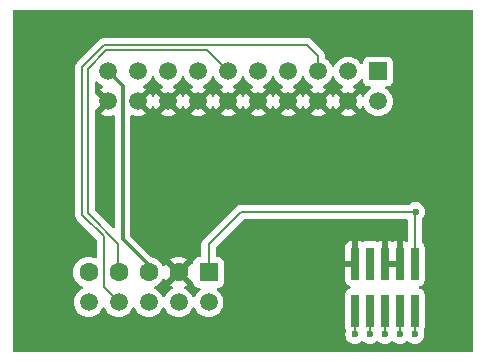
<source format=gtl>
%TF.GenerationSoftware,KiCad,Pcbnew,8.0.8*%
%TF.CreationDate,2025-02-20T14:02:33+09:00*%
%TF.ProjectId,CABLE-ADAPTER-SEGGER,4341424c-452d-4414-9441-505445522d53,rev?*%
%TF.SameCoordinates,PX3938700PY42c1d80*%
%TF.FileFunction,Copper,L1,Top*%
%TF.FilePolarity,Positive*%
%FSLAX46Y46*%
G04 Gerber Fmt 4.6, Leading zero omitted, Abs format (unit mm)*
G04 Created by KiCad (PCBNEW 8.0.8) date 2025-02-20 14:02:33*
%MOMM*%
%LPD*%
G01*
G04 APERTURE LIST*
%TA.AperFunction,ComponentPad*%
%ADD10R,1.600000X1.600000*%
%TD*%
%TA.AperFunction,ComponentPad*%
%ADD11C,1.500000*%
%TD*%
%TA.AperFunction,ComponentPad*%
%ADD12C,1.600000*%
%TD*%
%TA.AperFunction,ComponentPad*%
%ADD13R,1.500000X1.500000*%
%TD*%
%TA.AperFunction,SMDPad,CuDef*%
%ADD14R,0.650000X2.770000*%
%TD*%
%TA.AperFunction,ViaPad*%
%ADD15C,0.600000*%
%TD*%
%TA.AperFunction,Conductor*%
%ADD16C,0.200000*%
%TD*%
%TA.AperFunction,Conductor*%
%ADD17C,0.300000*%
%TD*%
G04 APERTURE END LIST*
D10*
%TO.P,CN3,1,1*%
%TO.N,/VTref*%
X17080000Y7270000D03*
D11*
%TO.P,CN3,2,2*%
%TO.N,/SWDIO*%
X17080000Y4730000D03*
D12*
%TO.P,CN3,3,3*%
%TO.N,GND*%
X14540000Y7270000D03*
D11*
%TO.P,CN3,4,4*%
%TO.N,/SWCLK*%
X14540000Y4730000D03*
D12*
%TO.P,CN3,5,5*%
%TO.N,/VPOWER*%
X12000000Y7270000D03*
D11*
%TO.P,CN3,6,6*%
%TO.N,/SWO*%
X12000000Y4730000D03*
D12*
%TO.P,CN3,7,7*%
%TO.N,/RTCK*%
X9460000Y7270000D03*
D11*
%TO.P,CN3,8,8*%
%TO.N,/TDI*%
X9460000Y4730000D03*
D12*
%TO.P,CN3,9,9*%
%TO.N,/TRST*%
X6920000Y7270000D03*
D11*
%TO.P,CN3,10,10*%
%TO.N,/RESET*%
X6920000Y4730000D03*
%TD*%
D13*
%TO.P,CN1,1,1*%
%TO.N,/VTref*%
X31430000Y24270000D03*
D11*
%TO.P,CN1,2,2*%
%TO.N,unconnected-(CN1-Pad2)*%
X31430000Y21730000D03*
%TO.P,CN1,3,3*%
%TO.N,/TRST*%
X28890000Y24270000D03*
%TO.P,CN1,4,4*%
%TO.N,GND*%
X28890000Y21730000D03*
%TO.P,CN1,5,5*%
%TO.N,/TDI*%
X26350000Y24270000D03*
%TO.P,CN1,6,6*%
%TO.N,GND*%
X26350000Y21730000D03*
%TO.P,CN1,7,7*%
%TO.N,/SWDIO*%
X23810000Y24270000D03*
%TO.P,CN1,8,8*%
%TO.N,GND*%
X23810000Y21730000D03*
%TO.P,CN1,9,9*%
%TO.N,/SWCLK*%
X21270000Y24270000D03*
%TO.P,CN1,10,10*%
%TO.N,GND*%
X21270000Y21730000D03*
%TO.P,CN1,11,11*%
%TO.N,/RTCK*%
X18730000Y24270000D03*
%TO.P,CN1,12,12*%
%TO.N,GND*%
X18730000Y21730000D03*
%TO.P,CN1,13,13*%
%TO.N,/SWO*%
X16190000Y24270000D03*
%TO.P,CN1,14,14*%
%TO.N,GND*%
X16190000Y21730000D03*
%TO.P,CN1,15,15*%
%TO.N,/RESET*%
X13650000Y24270000D03*
%TO.P,CN1,16,16*%
%TO.N,GND*%
X13650000Y21730000D03*
%TO.P,CN1,17,17*%
%TO.N,unconnected-(CN1-Pad17)*%
X11110000Y24270000D03*
%TO.P,CN1,18,18*%
%TO.N,GND*%
X11110000Y21730000D03*
%TO.P,CN1,19,19*%
%TO.N,/VPOWER*%
X8570000Y24270000D03*
%TO.P,CN1,20,20*%
%TO.N,GND*%
X8570000Y21730000D03*
%TD*%
D14*
%TO.P,CN2,1,1*%
%TO.N,/VTref*%
X34540000Y8000000D03*
%TO.P,CN2,2,2*%
%TO.N,/SWDIO*%
X34540000Y4000000D03*
%TO.P,CN2,3,3*%
%TO.N,GND*%
X33270000Y8000000D03*
%TO.P,CN2,4,4*%
%TO.N,/SWCLK*%
X33270000Y4000000D03*
%TO.P,CN2,5,5*%
%TO.N,GND*%
X32000000Y8000000D03*
%TO.P,CN2,6,6*%
%TO.N,/SWO*%
X32000000Y4000000D03*
%TO.P,CN2,7,7*%
%TO.N,unconnected-(CN2-Pad7)*%
X30730000Y8000000D03*
%TO.P,CN2,8,8*%
%TO.N,/TDI*%
X30730000Y4000000D03*
%TO.P,CN2,9,9*%
%TO.N,GND*%
X29460000Y8000000D03*
%TO.P,CN2,10,10*%
%TO.N,/RESET*%
X29460000Y4000000D03*
%TD*%
D15*
%TO.N,/SWDIO*%
X34540000Y2000000D03*
%TO.N,/SWCLK*%
X33270000Y2000000D03*
%TO.N,/RESET*%
X29460000Y2000000D03*
%TO.N,/SWO*%
X32000000Y2000000D03*
%TO.N,/VTref*%
X34600000Y12400000D03*
%TO.N,/TDI*%
X30730000Y2000000D03*
%TD*%
D16*
%TO.N,/SWDIO*%
X34540000Y5000000D02*
X34540000Y2000000D01*
%TO.N,/SWCLK*%
X33270000Y5000000D02*
X33270000Y2000000D01*
%TO.N,/RESET*%
X29460000Y5000000D02*
X29460000Y2000000D01*
%TO.N,/SWO*%
X32000000Y5000000D02*
X32000000Y2000000D01*
%TO.N,/VTref*%
X34600000Y12400000D02*
X34550000Y12350000D01*
X17080000Y9630000D02*
X17080000Y7270000D01*
X34550000Y9010000D02*
X34540000Y9000000D01*
X19850000Y12400000D02*
X17080000Y9630000D01*
X34550000Y12350000D02*
X34550000Y9010000D01*
X34600000Y12400000D02*
X19850000Y12400000D01*
%TO.N,/TDI*%
X8200000Y10300000D02*
X6400000Y12100000D01*
X8200000Y5990000D02*
X8200000Y10300000D01*
X30730000Y5000000D02*
X30730000Y2000000D01*
X8250000Y26500000D02*
X25400000Y26500000D01*
X26350000Y25550000D02*
X26350000Y24270000D01*
X25400000Y26500000D02*
X26350000Y25550000D01*
X6400000Y12100000D02*
X6400000Y24650000D01*
X9460000Y4730000D02*
X8200000Y5990000D01*
X6400000Y24650000D02*
X8250000Y26500000D01*
D17*
%TO.N,/VPOWER*%
X8570000Y24270000D02*
X8580000Y24270000D01*
X8580000Y24270000D02*
X9800000Y23050000D01*
X12000000Y7850000D02*
X12000000Y7270000D01*
X9800000Y23050000D02*
X9800000Y10050000D01*
X9800000Y10050000D02*
X12000000Y7850000D01*
D16*
%TO.N,/RTCK*%
X8400000Y26050000D02*
X6850000Y24500000D01*
X6850000Y12300000D02*
X9450000Y9700000D01*
X9450000Y9700000D02*
X9450000Y7280000D01*
X18730000Y24270000D02*
X16950000Y26050000D01*
X6850000Y24500000D02*
X6850000Y12300000D01*
X16950000Y26050000D02*
X8400000Y26050000D01*
X9450000Y7280000D02*
X9460000Y7270000D01*
%TD*%
%TA.AperFunction,Conductor*%
%TO.N,GND*%
G36*
X14027482Y7057708D02*
G01*
X14099890Y6932292D01*
X14202292Y6829890D01*
X14327708Y6757482D01*
X14369765Y6746213D01*
X13814526Y6190975D01*
X13887513Y6139868D01*
X13887521Y6139864D01*
X14005019Y6085074D01*
X14057459Y6038902D01*
X14076611Y5971709D01*
X14056396Y5904828D01*
X14005021Y5860310D01*
X13951614Y5835406D01*
X13912367Y5817104D01*
X13912358Y5817100D01*
X13912357Y5817100D01*
X13733121Y5691598D01*
X13578402Y5536879D01*
X13452900Y5357643D01*
X13452898Y5357639D01*
X13382382Y5206417D01*
X13336209Y5153978D01*
X13269016Y5134826D01*
X13202135Y5155042D01*
X13157618Y5206417D01*
X13108050Y5312715D01*
X13087102Y5357638D01*
X13087100Y5357641D01*
X13087099Y5357643D01*
X12961599Y5536876D01*
X12961596Y5536879D01*
X12806877Y5691598D01*
X12627639Y5817102D01*
X12612256Y5824275D01*
X12535571Y5860034D01*
X12483131Y5906206D01*
X12463979Y5973400D01*
X12484195Y6040281D01*
X12535567Y6084797D01*
X12652734Y6139432D01*
X12839139Y6269953D01*
X13000047Y6430861D01*
X13130568Y6617266D01*
X13157893Y6675866D01*
X13204065Y6728305D01*
X13271258Y6747457D01*
X13338139Y6727242D01*
X13382657Y6675866D01*
X13409864Y6617520D01*
X13460974Y6544528D01*
X14016212Y7099766D01*
X14027482Y7057708D01*
G37*
%TD.AperFunction*%
%TA.AperFunction,Conductor*%
G36*
X15619024Y6544529D02*
G01*
X15644693Y6546774D01*
X15713193Y6533007D01*
X15763376Y6484392D01*
X15778935Y6425416D01*
X15779099Y6425424D01*
X15779146Y6425429D01*
X15779146Y6425427D01*
X15779324Y6425436D01*
X15779424Y6423561D01*
X15779500Y6423274D01*
X15779500Y6422144D01*
X15779501Y6422124D01*
X15785908Y6362517D01*
X15836202Y6227672D01*
X15836206Y6227665D01*
X15922452Y6112456D01*
X15922455Y6112453D01*
X16037664Y6026207D01*
X16037671Y6026203D01*
X16082618Y6009439D01*
X16172517Y5975909D01*
X16232127Y5969500D01*
X16276730Y5969501D01*
X16343767Y5949818D01*
X16389523Y5897015D01*
X16399468Y5827857D01*
X16370445Y5764300D01*
X16347854Y5743927D01*
X16273122Y5691599D01*
X16118402Y5536879D01*
X15992900Y5357643D01*
X15992898Y5357639D01*
X15922382Y5206417D01*
X15876209Y5153978D01*
X15809016Y5134826D01*
X15742135Y5155042D01*
X15697618Y5206417D01*
X15648050Y5312715D01*
X15627102Y5357638D01*
X15627100Y5357641D01*
X15627099Y5357643D01*
X15501599Y5536876D01*
X15501596Y5536879D01*
X15346877Y5691598D01*
X15167639Y5817102D01*
X15167640Y5817102D01*
X15167638Y5817103D01*
X15074979Y5860310D01*
X15022540Y5906482D01*
X15003388Y5973676D01*
X15023604Y6040557D01*
X15074980Y6085075D01*
X15192482Y6139867D01*
X15265471Y6190976D01*
X14710234Y6746213D01*
X14752292Y6757482D01*
X14877708Y6829890D01*
X14980110Y6932292D01*
X15052518Y7057708D01*
X15063787Y7099766D01*
X15619024Y6544529D01*
G37*
%TD.AperFunction*%
%TA.AperFunction,Conductor*%
G36*
X8170000Y21677339D02*
G01*
X8197259Y21575606D01*
X8249920Y21484394D01*
X8324394Y21409920D01*
X8415606Y21357259D01*
X8517339Y21330000D01*
X8523552Y21330000D01*
X7880427Y20686876D01*
X7942612Y20643334D01*
X8140840Y20550899D01*
X8140849Y20550895D01*
X8352105Y20494290D01*
X8352115Y20494288D01*
X8569999Y20475225D01*
X8570001Y20475225D01*
X8787884Y20494288D01*
X8787894Y20494290D01*
X8993407Y20549356D01*
X9063257Y20547693D01*
X9121119Y20508530D01*
X9148623Y20444302D01*
X9149500Y20429581D01*
X9149500Y11149097D01*
X9129815Y11082058D01*
X9077011Y11036303D01*
X9007853Y11026359D01*
X8944297Y11055384D01*
X8937819Y11061416D01*
X7486819Y12512416D01*
X7453334Y12573739D01*
X7450500Y12600097D01*
X7450500Y20912692D01*
X7470185Y20979731D01*
X7486819Y21000373D01*
X8170000Y21683554D01*
X8170000Y21677339D01*
G37*
%TD.AperFunction*%
%TA.AperFunction,Conductor*%
G36*
X7655703Y23415376D02*
G01*
X7662181Y23409344D01*
X7763123Y23308402D01*
X7889437Y23219956D01*
X7942361Y23182898D01*
X8094175Y23112106D01*
X8146614Y23065934D01*
X8165766Y22998740D01*
X8145550Y22931859D01*
X8094175Y22887342D01*
X7942614Y22816668D01*
X7942612Y22816667D01*
X7880428Y22773125D01*
X7880427Y22773125D01*
X8523553Y22130000D01*
X8517339Y22130000D01*
X8415606Y22102741D01*
X8324394Y22050080D01*
X8249920Y21975606D01*
X8197259Y21884394D01*
X8170000Y21782661D01*
X8170000Y21776448D01*
X7486819Y22459629D01*
X7453334Y22520952D01*
X7450500Y22547310D01*
X7450500Y23321663D01*
X7470185Y23388702D01*
X7522989Y23434457D01*
X7592147Y23444401D01*
X7655703Y23415376D01*
G37*
%TD.AperFunction*%
%TA.AperFunction,Conductor*%
G36*
X12447865Y23844959D02*
G01*
X12492381Y23793586D01*
X12562898Y23642361D01*
X12688402Y23463123D01*
X12843123Y23308402D01*
X12969437Y23219956D01*
X13022361Y23182898D01*
X13174175Y23112106D01*
X13226614Y23065934D01*
X13245766Y22998740D01*
X13225550Y22931859D01*
X13174175Y22887342D01*
X13022614Y22816668D01*
X13022612Y22816667D01*
X12960428Y22773125D01*
X12960427Y22773125D01*
X13603554Y22130000D01*
X13597339Y22130000D01*
X13495606Y22102741D01*
X13404394Y22050080D01*
X13329920Y21975606D01*
X13277259Y21884394D01*
X13250000Y21782661D01*
X13250000Y21776448D01*
X12606875Y22419573D01*
X12606875Y22419572D01*
X12563333Y22357388D01*
X12563332Y22357386D01*
X12492382Y22205233D01*
X12446209Y22152794D01*
X12379016Y22133642D01*
X12312135Y22153858D01*
X12267618Y22205233D01*
X12196668Y22357385D01*
X12153123Y22419572D01*
X11510000Y21776449D01*
X11510000Y21782661D01*
X11482741Y21884394D01*
X11430080Y21975606D01*
X11355606Y22050080D01*
X11264394Y22102741D01*
X11162661Y22130000D01*
X11156446Y22130000D01*
X11799571Y22773126D01*
X11737387Y22816667D01*
X11585824Y22887342D01*
X11533385Y22933514D01*
X11514233Y23000708D01*
X11534449Y23067589D01*
X11585822Y23112105D01*
X11737639Y23182898D01*
X11916877Y23308402D01*
X12071598Y23463123D01*
X12197102Y23642361D01*
X12267618Y23793586D01*
X12313790Y23846023D01*
X12380984Y23865175D01*
X12447865Y23844959D01*
G37*
%TD.AperFunction*%
%TA.AperFunction,Conductor*%
G36*
X14987865Y23844959D02*
G01*
X15032381Y23793586D01*
X15102898Y23642361D01*
X15228402Y23463123D01*
X15383123Y23308402D01*
X15509437Y23219956D01*
X15562361Y23182898D01*
X15714175Y23112106D01*
X15766614Y23065934D01*
X15785766Y22998740D01*
X15765550Y22931859D01*
X15714175Y22887342D01*
X15562614Y22816668D01*
X15562612Y22816667D01*
X15500428Y22773125D01*
X15500427Y22773125D01*
X16143554Y22130000D01*
X16137339Y22130000D01*
X16035606Y22102741D01*
X15944394Y22050080D01*
X15869920Y21975606D01*
X15817259Y21884394D01*
X15790000Y21782661D01*
X15790000Y21776448D01*
X15146875Y22419573D01*
X15146875Y22419572D01*
X15103333Y22357388D01*
X15103332Y22357386D01*
X15032382Y22205233D01*
X14986209Y22152794D01*
X14919016Y22133642D01*
X14852135Y22153858D01*
X14807618Y22205233D01*
X14736668Y22357385D01*
X14693123Y22419572D01*
X14050000Y21776449D01*
X14050000Y21782661D01*
X14022741Y21884394D01*
X13970080Y21975606D01*
X13895606Y22050080D01*
X13804394Y22102741D01*
X13702661Y22130000D01*
X13696447Y22130000D01*
X14339571Y22773126D01*
X14277387Y22816667D01*
X14125824Y22887342D01*
X14073385Y22933514D01*
X14054233Y23000708D01*
X14074449Y23067589D01*
X14125822Y23112105D01*
X14277639Y23182898D01*
X14456877Y23308402D01*
X14611598Y23463123D01*
X14737102Y23642361D01*
X14807618Y23793586D01*
X14853790Y23846023D01*
X14920984Y23865175D01*
X14987865Y23844959D01*
G37*
%TD.AperFunction*%
%TA.AperFunction,Conductor*%
G36*
X17527865Y23844959D02*
G01*
X17572381Y23793586D01*
X17642898Y23642361D01*
X17768402Y23463123D01*
X17923123Y23308402D01*
X18049437Y23219956D01*
X18102361Y23182898D01*
X18254175Y23112106D01*
X18306614Y23065934D01*
X18325766Y22998740D01*
X18305550Y22931859D01*
X18254175Y22887342D01*
X18102614Y22816668D01*
X18102612Y22816667D01*
X18040428Y22773125D01*
X18040427Y22773125D01*
X18683554Y22130000D01*
X18677339Y22130000D01*
X18575606Y22102741D01*
X18484394Y22050080D01*
X18409920Y21975606D01*
X18357259Y21884394D01*
X18330000Y21782661D01*
X18330000Y21776448D01*
X17686875Y22419573D01*
X17686875Y22419572D01*
X17643333Y22357388D01*
X17643332Y22357386D01*
X17572382Y22205233D01*
X17526209Y22152794D01*
X17459016Y22133642D01*
X17392135Y22153858D01*
X17347618Y22205233D01*
X17276668Y22357385D01*
X17233123Y22419572D01*
X16590000Y21776449D01*
X16590000Y21782661D01*
X16562741Y21884394D01*
X16510080Y21975606D01*
X16435606Y22050080D01*
X16344394Y22102741D01*
X16242661Y22130000D01*
X16236447Y22130000D01*
X16879571Y22773126D01*
X16817387Y22816667D01*
X16665824Y22887342D01*
X16613385Y22933514D01*
X16594233Y23000708D01*
X16614449Y23067589D01*
X16665822Y23112105D01*
X16817639Y23182898D01*
X16996877Y23308402D01*
X17151598Y23463123D01*
X17277102Y23642361D01*
X17347618Y23793586D01*
X17393790Y23846023D01*
X17460984Y23865175D01*
X17527865Y23844959D01*
G37*
%TD.AperFunction*%
%TA.AperFunction,Conductor*%
G36*
X20067865Y23844959D02*
G01*
X20112381Y23793586D01*
X20182898Y23642361D01*
X20308402Y23463123D01*
X20463123Y23308402D01*
X20589437Y23219956D01*
X20642361Y23182898D01*
X20794175Y23112106D01*
X20846614Y23065934D01*
X20865766Y22998740D01*
X20845550Y22931859D01*
X20794175Y22887342D01*
X20642614Y22816668D01*
X20642612Y22816667D01*
X20580428Y22773125D01*
X20580427Y22773125D01*
X21223554Y22130000D01*
X21217339Y22130000D01*
X21115606Y22102741D01*
X21024394Y22050080D01*
X20949920Y21975606D01*
X20897259Y21884394D01*
X20870000Y21782661D01*
X20870000Y21776448D01*
X20226875Y22419573D01*
X20226875Y22419572D01*
X20183333Y22357388D01*
X20183332Y22357386D01*
X20112382Y22205233D01*
X20066209Y22152794D01*
X19999016Y22133642D01*
X19932135Y22153858D01*
X19887618Y22205233D01*
X19816668Y22357385D01*
X19773123Y22419572D01*
X19130000Y21776449D01*
X19130000Y21782661D01*
X19102741Y21884394D01*
X19050080Y21975606D01*
X18975606Y22050080D01*
X18884394Y22102741D01*
X18782661Y22130000D01*
X18776447Y22130000D01*
X19419571Y22773126D01*
X19357387Y22816667D01*
X19205824Y22887342D01*
X19153385Y22933514D01*
X19134233Y23000708D01*
X19154449Y23067589D01*
X19205822Y23112105D01*
X19357639Y23182898D01*
X19536877Y23308402D01*
X19691598Y23463123D01*
X19817102Y23642361D01*
X19887618Y23793586D01*
X19933790Y23846023D01*
X20000984Y23865175D01*
X20067865Y23844959D01*
G37*
%TD.AperFunction*%
%TA.AperFunction,Conductor*%
G36*
X22607865Y23844959D02*
G01*
X22652381Y23793586D01*
X22722898Y23642361D01*
X22848402Y23463123D01*
X23003123Y23308402D01*
X23129437Y23219956D01*
X23182361Y23182898D01*
X23334175Y23112106D01*
X23386614Y23065934D01*
X23405766Y22998740D01*
X23385550Y22931859D01*
X23334175Y22887342D01*
X23182614Y22816668D01*
X23182612Y22816667D01*
X23120428Y22773125D01*
X23120427Y22773125D01*
X23763554Y22130000D01*
X23757339Y22130000D01*
X23655606Y22102741D01*
X23564394Y22050080D01*
X23489920Y21975606D01*
X23437259Y21884394D01*
X23410000Y21782661D01*
X23410000Y21776448D01*
X22766875Y22419573D01*
X22766875Y22419572D01*
X22723333Y22357388D01*
X22723332Y22357386D01*
X22652382Y22205233D01*
X22606209Y22152794D01*
X22539016Y22133642D01*
X22472135Y22153858D01*
X22427618Y22205233D01*
X22356668Y22357385D01*
X22313123Y22419572D01*
X21670000Y21776449D01*
X21670000Y21782661D01*
X21642741Y21884394D01*
X21590080Y21975606D01*
X21515606Y22050080D01*
X21424394Y22102741D01*
X21322661Y22130000D01*
X21316447Y22130000D01*
X21959571Y22773126D01*
X21897387Y22816667D01*
X21745824Y22887342D01*
X21693385Y22933514D01*
X21674233Y23000708D01*
X21694449Y23067589D01*
X21745822Y23112105D01*
X21897639Y23182898D01*
X22076877Y23308402D01*
X22231598Y23463123D01*
X22357102Y23642361D01*
X22427618Y23793586D01*
X22473790Y23846023D01*
X22540984Y23865175D01*
X22607865Y23844959D01*
G37*
%TD.AperFunction*%
%TA.AperFunction,Conductor*%
G36*
X25147865Y23844959D02*
G01*
X25192381Y23793586D01*
X25262898Y23642361D01*
X25388402Y23463123D01*
X25543123Y23308402D01*
X25669437Y23219956D01*
X25722361Y23182898D01*
X25874175Y23112106D01*
X25926614Y23065934D01*
X25945766Y22998740D01*
X25925550Y22931859D01*
X25874175Y22887342D01*
X25722614Y22816668D01*
X25722612Y22816667D01*
X25660428Y22773125D01*
X25660427Y22773125D01*
X26303554Y22130000D01*
X26297339Y22130000D01*
X26195606Y22102741D01*
X26104394Y22050080D01*
X26029920Y21975606D01*
X25977259Y21884394D01*
X25950000Y21782661D01*
X25950000Y21776448D01*
X25306875Y22419573D01*
X25306875Y22419572D01*
X25263333Y22357388D01*
X25263332Y22357386D01*
X25192382Y22205233D01*
X25146209Y22152794D01*
X25079016Y22133642D01*
X25012135Y22153858D01*
X24967618Y22205233D01*
X24896668Y22357385D01*
X24853123Y22419572D01*
X24210000Y21776449D01*
X24210000Y21782661D01*
X24182741Y21884394D01*
X24130080Y21975606D01*
X24055606Y22050080D01*
X23964394Y22102741D01*
X23862661Y22130000D01*
X23856447Y22130000D01*
X24499571Y22773126D01*
X24437387Y22816667D01*
X24285824Y22887342D01*
X24233385Y22933514D01*
X24214233Y23000708D01*
X24234449Y23067589D01*
X24285822Y23112105D01*
X24437639Y23182898D01*
X24616877Y23308402D01*
X24771598Y23463123D01*
X24897102Y23642361D01*
X24967618Y23793586D01*
X25013790Y23846023D01*
X25080984Y23865175D01*
X25147865Y23844959D01*
G37*
%TD.AperFunction*%
%TA.AperFunction,Conductor*%
G36*
X27687865Y23844959D02*
G01*
X27732381Y23793586D01*
X27802898Y23642361D01*
X27928402Y23463123D01*
X28083123Y23308402D01*
X28209437Y23219956D01*
X28262361Y23182898D01*
X28414175Y23112106D01*
X28466614Y23065934D01*
X28485766Y22998740D01*
X28465550Y22931859D01*
X28414175Y22887342D01*
X28262614Y22816668D01*
X28262612Y22816667D01*
X28200428Y22773125D01*
X28200427Y22773125D01*
X28843554Y22130000D01*
X28837339Y22130000D01*
X28735606Y22102741D01*
X28644394Y22050080D01*
X28569920Y21975606D01*
X28517259Y21884394D01*
X28490000Y21782661D01*
X28490000Y21776448D01*
X27846875Y22419573D01*
X27846875Y22419572D01*
X27803333Y22357388D01*
X27803332Y22357386D01*
X27732382Y22205233D01*
X27686209Y22152794D01*
X27619016Y22133642D01*
X27552135Y22153858D01*
X27507618Y22205233D01*
X27436668Y22357385D01*
X27393123Y22419572D01*
X26750000Y21776449D01*
X26750000Y21782661D01*
X26722741Y21884394D01*
X26670080Y21975606D01*
X26595606Y22050080D01*
X26504394Y22102741D01*
X26402661Y22130000D01*
X26396447Y22130000D01*
X27039571Y22773126D01*
X26977387Y22816667D01*
X26825824Y22887342D01*
X26773385Y22933514D01*
X26754233Y23000708D01*
X26774449Y23067589D01*
X26825822Y23112105D01*
X26977639Y23182898D01*
X27156877Y23308402D01*
X27311598Y23463123D01*
X27437102Y23642361D01*
X27507618Y23793586D01*
X27553790Y23846023D01*
X27620984Y23865175D01*
X27687865Y23844959D01*
G37*
%TD.AperFunction*%
%TA.AperFunction,Conductor*%
G36*
X30140355Y23628559D02*
G01*
X30175769Y23568330D01*
X30179500Y23538142D01*
X30179500Y23472131D01*
X30179501Y23472124D01*
X30185908Y23412517D01*
X30236202Y23277672D01*
X30236206Y23277665D01*
X30322452Y23162456D01*
X30322455Y23162453D01*
X30437664Y23076207D01*
X30437671Y23076203D01*
X30572517Y23025909D01*
X30572516Y23025909D01*
X30579444Y23025165D01*
X30632127Y23019500D01*
X30698139Y23019501D01*
X30765176Y22999817D01*
X30810932Y22947014D01*
X30820876Y22877856D01*
X30791852Y22814300D01*
X30769262Y22793926D01*
X30623118Y22691595D01*
X30468402Y22536879D01*
X30342900Y22357643D01*
X30342900Y22357642D01*
X30342898Y22357639D01*
X30342898Y22357638D01*
X30342780Y22357385D01*
X30272105Y22205824D01*
X30225932Y22153385D01*
X30158738Y22134234D01*
X30091857Y22154450D01*
X30047341Y22205826D01*
X29976669Y22357383D01*
X29933123Y22419572D01*
X29290000Y21776449D01*
X29290000Y21782661D01*
X29262741Y21884394D01*
X29210080Y21975606D01*
X29135606Y22050080D01*
X29044394Y22102741D01*
X28942661Y22130000D01*
X28936447Y22130000D01*
X29579571Y22773126D01*
X29517387Y22816667D01*
X29365824Y22887342D01*
X29313385Y22933514D01*
X29294233Y23000708D01*
X29314449Y23067589D01*
X29365822Y23112105D01*
X29517639Y23182898D01*
X29696877Y23308402D01*
X29851598Y23463123D01*
X29953928Y23609266D01*
X30008502Y23652888D01*
X30078000Y23660082D01*
X30140355Y23628559D01*
G37*
%TD.AperFunction*%
%TA.AperFunction,Conductor*%
G36*
X39442539Y29479815D02*
G01*
X39488294Y29427011D01*
X39499500Y29375500D01*
X39499500Y624500D01*
X39479815Y557461D01*
X39427011Y511706D01*
X39375500Y500500D01*
X624500Y500500D01*
X557461Y520185D01*
X511706Y572989D01*
X500500Y624500D01*
X500500Y7270002D01*
X5614532Y7270002D01*
X5614532Y7269999D01*
X5634364Y7043314D01*
X5634366Y7043303D01*
X5693258Y6823512D01*
X5693261Y6823503D01*
X5789431Y6617268D01*
X5789432Y6617266D01*
X5919954Y6430859D01*
X6080858Y6269955D01*
X6098713Y6257453D01*
X6267266Y6139432D01*
X6384429Y6084798D01*
X6436868Y6038626D01*
X6456020Y5971432D01*
X6435804Y5904551D01*
X6384429Y5860034D01*
X6292362Y5817102D01*
X6292357Y5817100D01*
X6113121Y5691598D01*
X5958402Y5536879D01*
X5832900Y5357643D01*
X5832898Y5357639D01*
X5740426Y5159332D01*
X5740422Y5159323D01*
X5683793Y4947980D01*
X5683793Y4947976D01*
X5664723Y4730003D01*
X5664723Y4729998D01*
X5683793Y4512025D01*
X5683793Y4512021D01*
X5740422Y4300678D01*
X5740424Y4300674D01*
X5740425Y4300670D01*
X5762382Y4253584D01*
X5832897Y4102362D01*
X5832898Y4102361D01*
X5958402Y3923123D01*
X6113123Y3768402D01*
X6292361Y3642898D01*
X6490670Y3550425D01*
X6702023Y3493793D01*
X6884926Y3477792D01*
X6919998Y3474723D01*
X6920000Y3474723D01*
X6920002Y3474723D01*
X6948254Y3477195D01*
X7137977Y3493793D01*
X7349330Y3550425D01*
X7547639Y3642898D01*
X7726877Y3768402D01*
X7881598Y3923123D01*
X8007102Y4102361D01*
X8077618Y4253586D01*
X8123790Y4306023D01*
X8190984Y4325175D01*
X8257865Y4304959D01*
X8302381Y4253586D01*
X8372898Y4102361D01*
X8498402Y3923123D01*
X8653123Y3768402D01*
X8832361Y3642898D01*
X9030670Y3550425D01*
X9242023Y3493793D01*
X9424926Y3477792D01*
X9459998Y3474723D01*
X9460000Y3474723D01*
X9460002Y3474723D01*
X9488254Y3477195D01*
X9677977Y3493793D01*
X9889330Y3550425D01*
X10087639Y3642898D01*
X10266877Y3768402D01*
X10421598Y3923123D01*
X10547102Y4102361D01*
X10617618Y4253586D01*
X10663790Y4306023D01*
X10730984Y4325175D01*
X10797865Y4304959D01*
X10842381Y4253586D01*
X10912898Y4102361D01*
X11038402Y3923123D01*
X11193123Y3768402D01*
X11372361Y3642898D01*
X11570670Y3550425D01*
X11782023Y3493793D01*
X11964926Y3477792D01*
X11999998Y3474723D01*
X12000000Y3474723D01*
X12000002Y3474723D01*
X12028254Y3477195D01*
X12217977Y3493793D01*
X12429330Y3550425D01*
X12627639Y3642898D01*
X12806877Y3768402D01*
X12961598Y3923123D01*
X13087102Y4102361D01*
X13157618Y4253586D01*
X13203790Y4306023D01*
X13270984Y4325175D01*
X13337865Y4304959D01*
X13382381Y4253586D01*
X13452898Y4102361D01*
X13578402Y3923123D01*
X13733123Y3768402D01*
X13912361Y3642898D01*
X14110670Y3550425D01*
X14322023Y3493793D01*
X14504926Y3477792D01*
X14539998Y3474723D01*
X14540000Y3474723D01*
X14540002Y3474723D01*
X14568254Y3477195D01*
X14757977Y3493793D01*
X14969330Y3550425D01*
X15167639Y3642898D01*
X15346877Y3768402D01*
X15501598Y3923123D01*
X15627102Y4102361D01*
X15697618Y4253586D01*
X15743790Y4306023D01*
X15810984Y4325175D01*
X15877865Y4304959D01*
X15922381Y4253586D01*
X15992898Y4102361D01*
X16118402Y3923123D01*
X16273123Y3768402D01*
X16452361Y3642898D01*
X16650670Y3550425D01*
X16862023Y3493793D01*
X17044926Y3477792D01*
X17079998Y3474723D01*
X17080000Y3474723D01*
X17080002Y3474723D01*
X17108254Y3477195D01*
X17297977Y3493793D01*
X17509330Y3550425D01*
X17707639Y3642898D01*
X17886877Y3768402D01*
X18041598Y3923123D01*
X18167102Y4102361D01*
X18259575Y4300670D01*
X18316207Y4512023D01*
X18335277Y4730000D01*
X18316207Y4947977D01*
X18259575Y5159330D01*
X18167102Y5357638D01*
X18167100Y5357641D01*
X18167099Y5357643D01*
X18041599Y5536876D01*
X18041596Y5536879D01*
X17886877Y5691598D01*
X17868386Y5704546D01*
X17812144Y5743927D01*
X17768519Y5798504D01*
X17761327Y5868002D01*
X17792849Y5930357D01*
X17853080Y5965770D01*
X17883268Y5969501D01*
X17927871Y5969501D01*
X17927872Y5969501D01*
X17987483Y5975909D01*
X18122331Y6026204D01*
X18237546Y6112454D01*
X18323796Y6227669D01*
X18374091Y6362517D01*
X18380500Y6422127D01*
X18380499Y8117872D01*
X18374091Y8177483D01*
X18339567Y8270046D01*
X18323797Y8312329D01*
X18323793Y8312336D01*
X18237547Y8427545D01*
X18237544Y8427548D01*
X18122335Y8513794D01*
X18122328Y8513798D01*
X17987482Y8564092D01*
X17987483Y8564092D01*
X17927883Y8570499D01*
X17927881Y8570500D01*
X17927873Y8570500D01*
X17927865Y8570500D01*
X17804500Y8570500D01*
X17737461Y8590185D01*
X17691706Y8642989D01*
X17680500Y8694500D01*
X17680500Y9329903D01*
X17700185Y9396942D01*
X17716819Y9417584D01*
X17732080Y9432845D01*
X28635000Y9432845D01*
X28635000Y8250000D01*
X29210000Y8250000D01*
X29210000Y9885000D01*
X29087155Y9885000D01*
X29027627Y9878599D01*
X29027620Y9878597D01*
X28892913Y9828355D01*
X28892906Y9828351D01*
X28777812Y9742191D01*
X28777809Y9742188D01*
X28691649Y9627094D01*
X28691645Y9627087D01*
X28641403Y9492380D01*
X28641401Y9492373D01*
X28635000Y9432845D01*
X17732080Y9432845D01*
X20062417Y11763181D01*
X20123740Y11796666D01*
X20150098Y11799500D01*
X33825500Y11799500D01*
X33892539Y11779815D01*
X33938294Y11727011D01*
X33949500Y11675500D01*
X33949500Y9965020D01*
X33929815Y9897981D01*
X33877011Y9852226D01*
X33807853Y9842282D01*
X33782167Y9848838D01*
X33702379Y9878597D01*
X33702372Y9878599D01*
X33642844Y9885000D01*
X33520000Y9885000D01*
X33520000Y8124000D01*
X33500315Y8056961D01*
X33447511Y8011206D01*
X33396000Y8000000D01*
X33270000Y8000000D01*
X33270000Y7874000D01*
X33250315Y7806961D01*
X33197511Y7761206D01*
X33146000Y7750000D01*
X32124000Y7750000D01*
X32056961Y7769685D01*
X32011206Y7822489D01*
X32000000Y7874000D01*
X32000000Y8000000D01*
X31874000Y8000000D01*
X31806961Y8019685D01*
X31761206Y8072489D01*
X31750000Y8124000D01*
X31750000Y8250000D01*
X32250000Y8250000D01*
X33020000Y8250000D01*
X33020000Y9885000D01*
X32897155Y9885000D01*
X32837627Y9878599D01*
X32837620Y9878597D01*
X32702913Y9828355D01*
X32695128Y9824103D01*
X32693426Y9827220D01*
X32643845Y9808727D01*
X32575572Y9823580D01*
X32574114Y9824517D01*
X32567086Y9828355D01*
X32432379Y9878597D01*
X32432372Y9878599D01*
X32372844Y9885000D01*
X32250000Y9885000D01*
X32250000Y8250000D01*
X31750000Y8250000D01*
X31750000Y9885000D01*
X31627155Y9885000D01*
X31567627Y9878599D01*
X31567620Y9878597D01*
X31432913Y9828355D01*
X31425128Y9824103D01*
X31423366Y9827329D01*
X31374094Y9809027D01*
X31305842Y9823971D01*
X31304027Y9825139D01*
X31297327Y9828798D01*
X31162486Y9879090D01*
X31162485Y9879091D01*
X31162483Y9879091D01*
X31102873Y9885500D01*
X31102863Y9885500D01*
X30357129Y9885500D01*
X30357123Y9885499D01*
X30297516Y9879092D01*
X30162671Y9828798D01*
X30154886Y9824546D01*
X30153220Y9827597D01*
X30103337Y9809033D01*
X30035075Y9823936D01*
X30034488Y9824313D01*
X30027086Y9828355D01*
X29892379Y9878597D01*
X29892372Y9878599D01*
X29832844Y9885000D01*
X29710000Y9885000D01*
X29710000Y8124000D01*
X29690315Y8056961D01*
X29637511Y8011206D01*
X29586000Y8000000D01*
X29460000Y8000000D01*
X29460000Y7874000D01*
X29440315Y7806961D01*
X29387511Y7761206D01*
X29336000Y7750000D01*
X28635000Y7750000D01*
X28635000Y6567156D01*
X28641401Y6507628D01*
X28641403Y6507621D01*
X28691645Y6372914D01*
X28691649Y6372907D01*
X28777809Y6257813D01*
X28777812Y6257810D01*
X28892906Y6171650D01*
X28892913Y6171646D01*
X29027619Y6121404D01*
X29029586Y6120939D01*
X29030955Y6120160D01*
X29034892Y6118691D01*
X29034654Y6118054D01*
X29090305Y6086370D01*
X29122695Y6024462D01*
X29116474Y5954870D01*
X29073615Y5899689D01*
X29034737Y5881930D01*
X29034785Y5881802D01*
X29033003Y5881138D01*
X29029607Y5879586D01*
X29027522Y5879094D01*
X28892671Y5828798D01*
X28892664Y5828794D01*
X28777455Y5742548D01*
X28777452Y5742545D01*
X28691206Y5627336D01*
X28691202Y5627329D01*
X28640908Y5492483D01*
X28634501Y5432884D01*
X28634501Y5432877D01*
X28634500Y5432865D01*
X28634500Y2567130D01*
X28634501Y2567124D01*
X28640908Y2507517D01*
X28691202Y2372672D01*
X28695454Y2364886D01*
X28692351Y2363193D01*
X28710853Y2313526D01*
X28704207Y2263778D01*
X28674631Y2179253D01*
X28654435Y2000004D01*
X28654435Y1999997D01*
X28674630Y1820751D01*
X28674631Y1820746D01*
X28734211Y1650477D01*
X28825000Y1505989D01*
X28830184Y1497738D01*
X28957738Y1370184D01*
X29110478Y1274211D01*
X29280745Y1214632D01*
X29280750Y1214631D01*
X29459996Y1194435D01*
X29460000Y1194435D01*
X29460004Y1194435D01*
X29639249Y1214631D01*
X29639252Y1214632D01*
X29639255Y1214632D01*
X29809522Y1274211D01*
X29962262Y1370184D01*
X30007319Y1415241D01*
X30068642Y1448726D01*
X30138334Y1443742D01*
X30182681Y1415241D01*
X30227738Y1370184D01*
X30380478Y1274211D01*
X30550745Y1214632D01*
X30550750Y1214631D01*
X30729996Y1194435D01*
X30730000Y1194435D01*
X30730004Y1194435D01*
X30909249Y1214631D01*
X30909252Y1214632D01*
X30909255Y1214632D01*
X31079522Y1274211D01*
X31232262Y1370184D01*
X31277319Y1415241D01*
X31338642Y1448726D01*
X31408334Y1443742D01*
X31452681Y1415241D01*
X31497738Y1370184D01*
X31650478Y1274211D01*
X31820745Y1214632D01*
X31820750Y1214631D01*
X31999996Y1194435D01*
X32000000Y1194435D01*
X32000004Y1194435D01*
X32179249Y1214631D01*
X32179252Y1214632D01*
X32179255Y1214632D01*
X32349522Y1274211D01*
X32502262Y1370184D01*
X32547319Y1415241D01*
X32608642Y1448726D01*
X32678334Y1443742D01*
X32722681Y1415241D01*
X32767738Y1370184D01*
X32920478Y1274211D01*
X33090745Y1214632D01*
X33090750Y1214631D01*
X33269996Y1194435D01*
X33270000Y1194435D01*
X33270004Y1194435D01*
X33449249Y1214631D01*
X33449252Y1214632D01*
X33449255Y1214632D01*
X33619522Y1274211D01*
X33772262Y1370184D01*
X33817319Y1415241D01*
X33878642Y1448726D01*
X33948334Y1443742D01*
X33992681Y1415241D01*
X34037738Y1370184D01*
X34190478Y1274211D01*
X34360745Y1214632D01*
X34360750Y1214631D01*
X34539996Y1194435D01*
X34540000Y1194435D01*
X34540004Y1194435D01*
X34719249Y1214631D01*
X34719252Y1214632D01*
X34719255Y1214632D01*
X34889522Y1274211D01*
X35042262Y1370184D01*
X35169816Y1497738D01*
X35265789Y1650478D01*
X35325368Y1820745D01*
X35345565Y2000000D01*
X35325368Y2179255D01*
X35295791Y2263778D01*
X35292229Y2333554D01*
X35306445Y2363844D01*
X35304544Y2364882D01*
X35308793Y2372665D01*
X35308792Y2372665D01*
X35308796Y2372669D01*
X35359091Y2507517D01*
X35365500Y2567127D01*
X35365499Y5432872D01*
X35359091Y5492483D01*
X35342533Y5536876D01*
X35308797Y5627329D01*
X35308793Y5627336D01*
X35222547Y5742545D01*
X35222544Y5742548D01*
X35107335Y5828794D01*
X35107328Y5828798D01*
X34972483Y5879092D01*
X34971502Y5879323D01*
X34970819Y5879712D01*
X34965215Y5881802D01*
X34965553Y5882711D01*
X34910785Y5913896D01*
X34878399Y5975807D01*
X34884625Y6045398D01*
X34927487Y6100576D01*
X34965339Y6117863D01*
X34965215Y6118198D01*
X34969899Y6119946D01*
X34971502Y6120677D01*
X34972483Y6120909D01*
X35023315Y6139868D01*
X35107331Y6171204D01*
X35222546Y6257454D01*
X35308796Y6372669D01*
X35359091Y6507517D01*
X35365500Y6567127D01*
X35365499Y9432872D01*
X35359091Y9492483D01*
X35341017Y9540941D01*
X35308797Y9627329D01*
X35308793Y9627336D01*
X35222548Y9742543D01*
X35222546Y9742546D01*
X35222544Y9742548D01*
X35222542Y9742550D01*
X35200188Y9759284D01*
X35158318Y9815218D01*
X35150500Y9858550D01*
X35150500Y11767060D01*
X35170185Y11834099D01*
X35186819Y11854741D01*
X35200294Y11868216D01*
X35229816Y11897738D01*
X35325789Y12050478D01*
X35385368Y12220745D01*
X35405565Y12400000D01*
X35385989Y12573739D01*
X35385369Y12579250D01*
X35385368Y12579255D01*
X35325788Y12749524D01*
X35229815Y12902263D01*
X35102262Y13029816D01*
X34949523Y13125789D01*
X34779254Y13185369D01*
X34779249Y13185370D01*
X34600004Y13205565D01*
X34599996Y13205565D01*
X34420750Y13185370D01*
X34420745Y13185369D01*
X34250476Y13125789D01*
X34097736Y13029815D01*
X34094903Y13027555D01*
X34092724Y13026666D01*
X34091842Y13026111D01*
X34091744Y13026266D01*
X34030217Y13001145D01*
X34017588Y13000500D01*
X19936670Y13000500D01*
X19936654Y13000501D01*
X19929058Y13000501D01*
X19770943Y13000501D01*
X19694579Y12980039D01*
X19618214Y12959577D01*
X19618209Y12959574D01*
X19481290Y12880525D01*
X19481282Y12880519D01*
X16599481Y9998718D01*
X16599479Y9998715D01*
X16549361Y9911906D01*
X16549359Y9911904D01*
X16520425Y9861791D01*
X16520424Y9861790D01*
X16510281Y9823936D01*
X16479499Y9709057D01*
X16479499Y9709055D01*
X16479499Y9540954D01*
X16479500Y9540941D01*
X16479500Y8694500D01*
X16459815Y8627461D01*
X16407011Y8581706D01*
X16355501Y8570500D01*
X16232130Y8570500D01*
X16232123Y8570499D01*
X16172516Y8564092D01*
X16037671Y8513798D01*
X16037664Y8513794D01*
X15922455Y8427548D01*
X15922452Y8427545D01*
X15836206Y8312336D01*
X15836202Y8312329D01*
X15785908Y8177483D01*
X15779501Y8117884D01*
X15779501Y8117877D01*
X15779500Y8117865D01*
X15779500Y8116756D01*
X15779427Y8116509D01*
X15779322Y8114548D01*
X15778858Y8114573D01*
X15759815Y8049717D01*
X15707011Y8003962D01*
X15644694Y7993228D01*
X15619025Y7995474D01*
X15063787Y7440236D01*
X15052518Y7482292D01*
X14980110Y7607708D01*
X14877708Y7710110D01*
X14752292Y7782518D01*
X14710233Y7793788D01*
X15265472Y8349026D01*
X15192478Y8400137D01*
X14986331Y8496265D01*
X14986317Y8496270D01*
X14766610Y8555140D01*
X14766599Y8555142D01*
X14540002Y8574966D01*
X14539998Y8574966D01*
X14313400Y8555142D01*
X14313389Y8555140D01*
X14093682Y8496270D01*
X14093673Y8496266D01*
X13887516Y8400134D01*
X13887512Y8400132D01*
X13814526Y8349027D01*
X13814526Y8349026D01*
X14369765Y7793788D01*
X14327708Y7782518D01*
X14202292Y7710110D01*
X14099890Y7607708D01*
X14027482Y7482292D01*
X14016212Y7440235D01*
X13460974Y7995474D01*
X13460973Y7995474D01*
X13409868Y7922488D01*
X13409868Y7922487D01*
X13382657Y7864133D01*
X13336484Y7811694D01*
X13269290Y7792543D01*
X13202409Y7812759D01*
X13157893Y7864135D01*
X13130682Y7922488D01*
X13130568Y7922734D01*
X13000047Y8109139D01*
X13000045Y8109142D01*
X12839141Y8270046D01*
X12652734Y8400568D01*
X12652732Y8400569D01*
X12446497Y8496739D01*
X12446488Y8496742D01*
X12241872Y8551568D01*
X12186284Y8583662D01*
X10486819Y10283127D01*
X10453334Y10344450D01*
X10450500Y10370808D01*
X10450500Y20463667D01*
X10470185Y20530706D01*
X10522989Y20576461D01*
X10592147Y20586405D01*
X10626906Y20576049D01*
X10680845Y20550897D01*
X10680849Y20550895D01*
X10892105Y20494290D01*
X10892115Y20494288D01*
X11109999Y20475225D01*
X11110001Y20475225D01*
X11327884Y20494288D01*
X11327894Y20494290D01*
X11539150Y20550895D01*
X11539164Y20550900D01*
X11737383Y20643331D01*
X11737385Y20643332D01*
X11799570Y20686876D01*
X11156446Y21330000D01*
X11162661Y21330000D01*
X11264394Y21357259D01*
X11355606Y21409920D01*
X11430080Y21484394D01*
X11482741Y21575606D01*
X11510000Y21677339D01*
X11510000Y21683554D01*
X12153124Y21040430D01*
X12196668Y21102615D01*
X12196669Y21102617D01*
X12267618Y21254767D01*
X12313790Y21307207D01*
X12380983Y21326359D01*
X12447865Y21306144D01*
X12492382Y21254768D01*
X12563333Y21102613D01*
X12606874Y21040429D01*
X13250000Y21683555D01*
X13250000Y21677339D01*
X13277259Y21575606D01*
X13329920Y21484394D01*
X13404394Y21409920D01*
X13495606Y21357259D01*
X13597339Y21330000D01*
X13603553Y21330000D01*
X12960427Y20686876D01*
X13022612Y20643334D01*
X13220840Y20550899D01*
X13220849Y20550895D01*
X13432105Y20494290D01*
X13432115Y20494288D01*
X13649999Y20475225D01*
X13650001Y20475225D01*
X13867884Y20494288D01*
X13867894Y20494290D01*
X14079150Y20550895D01*
X14079164Y20550900D01*
X14277383Y20643331D01*
X14277385Y20643332D01*
X14339571Y20686876D01*
X13696448Y21330000D01*
X13702661Y21330000D01*
X13804394Y21357259D01*
X13895606Y21409920D01*
X13970080Y21484394D01*
X14022741Y21575606D01*
X14050000Y21677339D01*
X14050000Y21683554D01*
X14693124Y21040430D01*
X14736668Y21102615D01*
X14736669Y21102617D01*
X14807618Y21254767D01*
X14853790Y21307207D01*
X14920983Y21326359D01*
X14987865Y21306144D01*
X15032382Y21254768D01*
X15103333Y21102613D01*
X15146874Y21040429D01*
X15790000Y21683555D01*
X15790000Y21677339D01*
X15817259Y21575606D01*
X15869920Y21484394D01*
X15944394Y21409920D01*
X16035606Y21357259D01*
X16137339Y21330000D01*
X16143553Y21330000D01*
X15500427Y20686876D01*
X15562612Y20643334D01*
X15760840Y20550899D01*
X15760849Y20550895D01*
X15972105Y20494290D01*
X15972115Y20494288D01*
X16189999Y20475225D01*
X16190001Y20475225D01*
X16407884Y20494288D01*
X16407894Y20494290D01*
X16619150Y20550895D01*
X16619164Y20550900D01*
X16817383Y20643331D01*
X16817385Y20643332D01*
X16879571Y20686876D01*
X16236448Y21330000D01*
X16242661Y21330000D01*
X16344394Y21357259D01*
X16435606Y21409920D01*
X16510080Y21484394D01*
X16562741Y21575606D01*
X16590000Y21677339D01*
X16590000Y21683554D01*
X17233124Y21040430D01*
X17276668Y21102615D01*
X17276669Y21102617D01*
X17347618Y21254767D01*
X17393790Y21307207D01*
X17460983Y21326359D01*
X17527865Y21306144D01*
X17572382Y21254768D01*
X17643333Y21102613D01*
X17686874Y21040429D01*
X18330000Y21683555D01*
X18330000Y21677339D01*
X18357259Y21575606D01*
X18409920Y21484394D01*
X18484394Y21409920D01*
X18575606Y21357259D01*
X18677339Y21330000D01*
X18683553Y21330000D01*
X18040427Y20686876D01*
X18102612Y20643334D01*
X18300840Y20550899D01*
X18300849Y20550895D01*
X18512105Y20494290D01*
X18512115Y20494288D01*
X18729999Y20475225D01*
X18730001Y20475225D01*
X18947884Y20494288D01*
X18947894Y20494290D01*
X19159150Y20550895D01*
X19159164Y20550900D01*
X19357383Y20643331D01*
X19357385Y20643332D01*
X19419571Y20686876D01*
X18776448Y21330000D01*
X18782661Y21330000D01*
X18884394Y21357259D01*
X18975606Y21409920D01*
X19050080Y21484394D01*
X19102741Y21575606D01*
X19130000Y21677339D01*
X19130000Y21683554D01*
X19773124Y21040430D01*
X19816668Y21102615D01*
X19816669Y21102617D01*
X19887618Y21254767D01*
X19933790Y21307207D01*
X20000983Y21326359D01*
X20067865Y21306144D01*
X20112382Y21254768D01*
X20183333Y21102613D01*
X20226874Y21040429D01*
X20870000Y21683555D01*
X20870000Y21677339D01*
X20897259Y21575606D01*
X20949920Y21484394D01*
X21024394Y21409920D01*
X21115606Y21357259D01*
X21217339Y21330000D01*
X21223553Y21330000D01*
X20580427Y20686876D01*
X20642612Y20643334D01*
X20840840Y20550899D01*
X20840849Y20550895D01*
X21052105Y20494290D01*
X21052115Y20494288D01*
X21269999Y20475225D01*
X21270001Y20475225D01*
X21487884Y20494288D01*
X21487894Y20494290D01*
X21699150Y20550895D01*
X21699164Y20550900D01*
X21897383Y20643331D01*
X21897385Y20643332D01*
X21959571Y20686876D01*
X21316448Y21330000D01*
X21322661Y21330000D01*
X21424394Y21357259D01*
X21515606Y21409920D01*
X21590080Y21484394D01*
X21642741Y21575606D01*
X21670000Y21677339D01*
X21670000Y21683554D01*
X22313124Y21040430D01*
X22356668Y21102615D01*
X22356669Y21102617D01*
X22427618Y21254767D01*
X22473790Y21307207D01*
X22540983Y21326359D01*
X22607865Y21306144D01*
X22652382Y21254768D01*
X22723333Y21102613D01*
X22766874Y21040429D01*
X23410000Y21683555D01*
X23410000Y21677339D01*
X23437259Y21575606D01*
X23489920Y21484394D01*
X23564394Y21409920D01*
X23655606Y21357259D01*
X23757339Y21330000D01*
X23763553Y21330000D01*
X23120427Y20686876D01*
X23182612Y20643334D01*
X23380840Y20550899D01*
X23380849Y20550895D01*
X23592105Y20494290D01*
X23592115Y20494288D01*
X23809999Y20475225D01*
X23810001Y20475225D01*
X24027884Y20494288D01*
X24027894Y20494290D01*
X24239150Y20550895D01*
X24239164Y20550900D01*
X24437383Y20643331D01*
X24437385Y20643332D01*
X24499571Y20686876D01*
X23856448Y21330000D01*
X23862661Y21330000D01*
X23964394Y21357259D01*
X24055606Y21409920D01*
X24130080Y21484394D01*
X24182741Y21575606D01*
X24210000Y21677339D01*
X24210000Y21683554D01*
X24853124Y21040430D01*
X24896668Y21102615D01*
X24896669Y21102617D01*
X24967618Y21254767D01*
X25013790Y21307207D01*
X25080983Y21326359D01*
X25147865Y21306144D01*
X25192382Y21254768D01*
X25263333Y21102613D01*
X25306874Y21040429D01*
X25950000Y21683555D01*
X25950000Y21677339D01*
X25977259Y21575606D01*
X26029920Y21484394D01*
X26104394Y21409920D01*
X26195606Y21357259D01*
X26297339Y21330000D01*
X26303553Y21330000D01*
X25660427Y20686876D01*
X25722612Y20643334D01*
X25920840Y20550899D01*
X25920849Y20550895D01*
X26132105Y20494290D01*
X26132115Y20494288D01*
X26349999Y20475225D01*
X26350001Y20475225D01*
X26567884Y20494288D01*
X26567894Y20494290D01*
X26779150Y20550895D01*
X26779164Y20550900D01*
X26977383Y20643331D01*
X26977385Y20643332D01*
X27039570Y20686876D01*
X26396448Y21330000D01*
X26402661Y21330000D01*
X26504394Y21357259D01*
X26595606Y21409920D01*
X26670080Y21484394D01*
X26722741Y21575606D01*
X26750000Y21677339D01*
X26750000Y21683554D01*
X27393124Y21040430D01*
X27436668Y21102615D01*
X27436669Y21102617D01*
X27507618Y21254767D01*
X27553790Y21307207D01*
X27620983Y21326359D01*
X27687865Y21306144D01*
X27732382Y21254768D01*
X27803333Y21102613D01*
X27846874Y21040429D01*
X28490000Y21683555D01*
X28490000Y21677339D01*
X28517259Y21575606D01*
X28569920Y21484394D01*
X28644394Y21409920D01*
X28735606Y21357259D01*
X28837339Y21330000D01*
X28843553Y21330000D01*
X28200427Y20686876D01*
X28262612Y20643334D01*
X28460840Y20550899D01*
X28460849Y20550895D01*
X28672105Y20494290D01*
X28672115Y20494288D01*
X28889999Y20475225D01*
X28890001Y20475225D01*
X29107884Y20494288D01*
X29107894Y20494290D01*
X29319150Y20550895D01*
X29319164Y20550900D01*
X29517383Y20643331D01*
X29517385Y20643332D01*
X29579571Y20686876D01*
X28936448Y21330000D01*
X28942661Y21330000D01*
X29044394Y21357259D01*
X29135606Y21409920D01*
X29210080Y21484394D01*
X29262741Y21575606D01*
X29290000Y21677339D01*
X29290000Y21683554D01*
X29933124Y21040430D01*
X29976666Y21102612D01*
X30047340Y21254175D01*
X30093512Y21306614D01*
X30160706Y21325767D01*
X30227587Y21305552D01*
X30272105Y21254176D01*
X30342897Y21102362D01*
X30342898Y21102361D01*
X30468402Y20923123D01*
X30623123Y20768402D01*
X30802361Y20642898D01*
X31000670Y20550425D01*
X31000676Y20550424D01*
X31000677Y20550423D01*
X31010866Y20547693D01*
X31212023Y20493793D01*
X31394926Y20477792D01*
X31429998Y20474723D01*
X31430000Y20474723D01*
X31430002Y20474723D01*
X31458254Y20477195D01*
X31647977Y20493793D01*
X31859330Y20550425D01*
X32057639Y20642898D01*
X32236877Y20768402D01*
X32391598Y20923123D01*
X32517102Y21102361D01*
X32609575Y21300670D01*
X32666207Y21512023D01*
X32685277Y21730000D01*
X32666207Y21947977D01*
X32616458Y22133642D01*
X32609577Y22159323D01*
X32609576Y22159324D01*
X32609575Y22159330D01*
X32517102Y22357638D01*
X32517099Y22357642D01*
X32517099Y22357643D01*
X32391599Y22536876D01*
X32381165Y22547310D01*
X32236877Y22691598D01*
X32090733Y22793929D01*
X32047112Y22848503D01*
X32039919Y22918002D01*
X32071441Y22980356D01*
X32131671Y23015770D01*
X32161859Y23019501D01*
X32227872Y23019501D01*
X32287483Y23025909D01*
X32422331Y23076204D01*
X32537546Y23162454D01*
X32623796Y23277669D01*
X32674091Y23412517D01*
X32680500Y23472127D01*
X32680499Y25067872D01*
X32674091Y25127483D01*
X32672958Y25130520D01*
X32623797Y25262329D01*
X32623793Y25262336D01*
X32537547Y25377545D01*
X32537544Y25377548D01*
X32422335Y25463794D01*
X32422328Y25463798D01*
X32287482Y25514092D01*
X32287483Y25514092D01*
X32227883Y25520499D01*
X32227881Y25520500D01*
X32227873Y25520500D01*
X32227864Y25520500D01*
X30632129Y25520500D01*
X30632123Y25520499D01*
X30572516Y25514092D01*
X30437671Y25463798D01*
X30437664Y25463794D01*
X30322455Y25377548D01*
X30322452Y25377545D01*
X30236206Y25262336D01*
X30236202Y25262329D01*
X30185908Y25127483D01*
X30180468Y25076879D01*
X30179501Y25067877D01*
X30179500Y25067865D01*
X30179500Y25001862D01*
X30159815Y24934823D01*
X30107011Y24889068D01*
X30037853Y24879124D01*
X29974297Y24908149D01*
X29953925Y24930739D01*
X29851599Y25076876D01*
X29797953Y25130522D01*
X29696877Y25231598D01*
X29543374Y25339082D01*
X29517638Y25357103D01*
X29418484Y25403339D01*
X29319330Y25449575D01*
X29319326Y25449576D01*
X29319322Y25449578D01*
X29107977Y25506207D01*
X28890002Y25525277D01*
X28889998Y25525277D01*
X28762151Y25514092D01*
X28672023Y25506207D01*
X28672020Y25506207D01*
X28460677Y25449578D01*
X28460668Y25449574D01*
X28262361Y25357102D01*
X28262357Y25357100D01*
X28083121Y25231598D01*
X27928402Y25076879D01*
X27802900Y24897643D01*
X27802898Y24897639D01*
X27732382Y24746417D01*
X27686209Y24693978D01*
X27619016Y24674826D01*
X27552135Y24695042D01*
X27507618Y24746417D01*
X27441098Y24889068D01*
X27437102Y24897638D01*
X27437100Y24897641D01*
X27437099Y24897643D01*
X27311599Y25076876D01*
X27257953Y25130522D01*
X27156877Y25231598D01*
X27112979Y25262336D01*
X27003376Y25339082D01*
X26959751Y25393659D01*
X26950500Y25440656D01*
X26950500Y25460941D01*
X26950501Y25460954D01*
X26950501Y25629055D01*
X26950501Y25629057D01*
X26909577Y25781785D01*
X26880639Y25831905D01*
X26830520Y25918716D01*
X26718716Y26030520D01*
X26718715Y26030521D01*
X26714385Y26034851D01*
X26714374Y26034861D01*
X25887590Y26861645D01*
X25887588Y26861648D01*
X25768717Y26980519D01*
X25768716Y26980520D01*
X25681904Y27030640D01*
X25681904Y27030641D01*
X25681900Y27030642D01*
X25631785Y27059577D01*
X25479057Y27100501D01*
X25320943Y27100501D01*
X25313347Y27100501D01*
X25313331Y27100500D01*
X8329057Y27100500D01*
X8170943Y27100500D01*
X8018215Y27059577D01*
X8018214Y27059577D01*
X8018212Y27059576D01*
X8018209Y27059575D01*
X7968096Y27030641D01*
X7968095Y27030640D01*
X7924689Y27005580D01*
X7881285Y26980521D01*
X7881282Y26980519D01*
X5919481Y25018718D01*
X5919477Y25018713D01*
X5897429Y24980522D01*
X5897428Y24980520D01*
X5840423Y24881785D01*
X5799499Y24729057D01*
X5799499Y24729055D01*
X5799499Y24560954D01*
X5799500Y24560941D01*
X5799500Y12186670D01*
X5799499Y12186652D01*
X5799499Y12020946D01*
X5799498Y12020946D01*
X5799499Y12020943D01*
X5840423Y11868215D01*
X5840424Y11868214D01*
X5856468Y11840423D01*
X5856469Y11840422D01*
X5919475Y11731291D01*
X5919481Y11731283D01*
X6038349Y11612415D01*
X6038355Y11612410D01*
X7563181Y10087584D01*
X7596666Y10026261D01*
X7599500Y9999903D01*
X7599500Y8582729D01*
X7579815Y8515690D01*
X7527011Y8469935D01*
X7457853Y8459991D01*
X7423096Y8470346D01*
X7367510Y8496266D01*
X7366496Y8496739D01*
X7366493Y8496740D01*
X7366488Y8496742D01*
X7146697Y8555634D01*
X7146693Y8555635D01*
X7146692Y8555635D01*
X7146691Y8555636D01*
X7146686Y8555636D01*
X6920002Y8575468D01*
X6919998Y8575468D01*
X6693313Y8555636D01*
X6693302Y8555634D01*
X6473511Y8496742D01*
X6473502Y8496739D01*
X6267267Y8400569D01*
X6267265Y8400568D01*
X6080858Y8270046D01*
X5919954Y8109142D01*
X5789432Y7922735D01*
X5789431Y7922733D01*
X5693261Y7716498D01*
X5693258Y7716489D01*
X5634366Y7496698D01*
X5634364Y7496687D01*
X5614532Y7270002D01*
X500500Y7270002D01*
X500500Y29375500D01*
X520185Y29442539D01*
X572989Y29488294D01*
X624500Y29499500D01*
X39375500Y29499500D01*
X39442539Y29479815D01*
G37*
%TD.AperFunction*%
%TD*%
M02*

</source>
